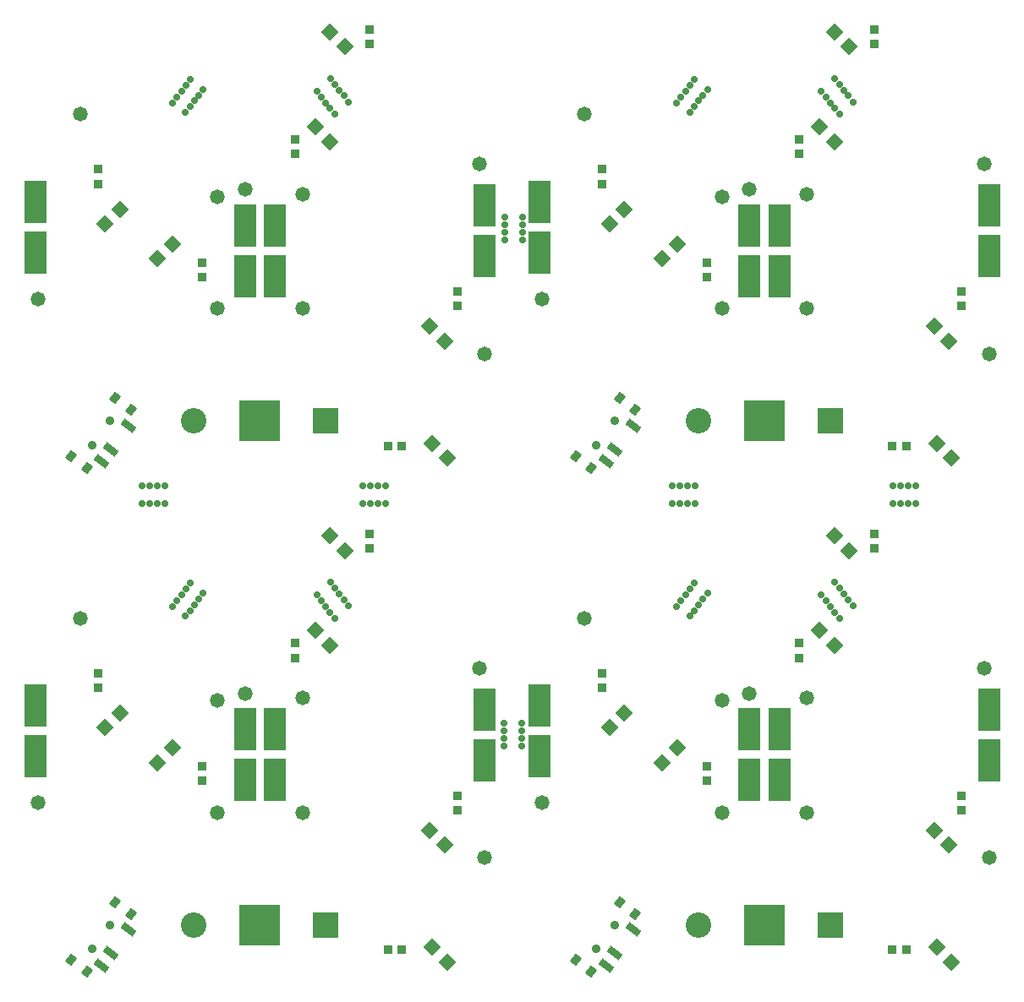
<source format=gts>
%FSTAX23Y23*%
%MOIN*%
%SFA1B1*%

%IPPOS*%
%AMD11*
4,1,4,0.015300,-0.028700,0.031800,-0.006800,-0.015300,0.028700,-0.031800,0.006800,0.015300,-0.028700,0.0*
%
%AMD12*
4,1,4,0.000700,-0.025100,0.024300,0.006200,-0.000700,0.025100,-0.024300,-0.006200,0.000700,-0.025100,0.0*
%
%AMD15*
4,1,4,0.000000,0.033400,-0.033400,0.000000,0.000000,-0.033400,0.033400,0.000000,0.000000,0.033400,0.0*
%
%AMD16*
4,1,4,-0.033400,0.000000,0.000000,-0.033400,0.033400,0.000000,0.000000,0.033400,-0.033400,0.000000,0.0*
%
G04~CAMADD=11~9~0.0~0.0~275.6~590.6~0.0~0.0~0~0.0~0.0~0.0~0.0~0~0.0~0.0~0.0~0.0~0~0.0~0.0~0.0~233.0~636.0~573.0*
%ADD11D11*%
G04~CAMADD=12~9~0.0~0.0~393.7~315.0~0.0~0.0~0~0.0~0.0~0.0~0.0~0~0.0~0.0~0.0~0.0~0~0.0~0.0~0.0~233.0~486.0~501.0*
%ADD12D12*%
%ADD13R,0.037880X0.036810*%
G04~CAMADD=15~10~0.0~472.4~0.0~0.0~0.0~0.0~0~0.0~0.0~0.0~0.0~0~0.0~0.0~0.0~0.0~0~0.0~0.0~0.0~405.0~472.4~0.0*
%ADD15D15*%
G04~CAMADD=16~10~0.0~472.4~0.0~0.0~0.0~0.0~0~0.0~0.0~0.0~0.0~0~0.0~0.0~0.0~0.0~0~0.0~0.0~0.0~135.0~472.4~0.0*
%ADD16D16*%
%ADD17R,0.036810X0.037880*%
%ADD23C,0.035430*%
%ADD27R,0.163910X0.163910*%
%ADD28R,0.086740X0.165480*%
%ADD29C,0.027690*%
%ADD30C,0.100520*%
%ADD31R,0.100520X0.100520*%
%ADD32C,0.058000*%
%LNpcb_panel_v3-1*%
%LPD*%
G54D11*
X01356Y01124D03*
X0132Y01076D03*
X01427Y01218D03*
X03344Y01124D03*
X03308Y01076D03*
X03415Y01218D03*
X01356Y03112D03*
X0132Y03065D03*
X01427Y03206D03*
X03344Y03112D03*
X03308Y03065D03*
X03415Y03206D03*
G54D12*
X01435Y0128D03*
X01262Y01051D03*
X01374Y01326D03*
X01201Y01097D03*
X03423Y0128D03*
X0325Y01051D03*
X03363Y01326D03*
X0319Y01097D03*
X01435Y03269D03*
X01262Y03039D03*
X01374Y03314D03*
X01201Y03085D03*
X03423Y03269D03*
X0325Y03039D03*
X03363Y03314D03*
X0319Y03085D03*
G54D13*
X02722Y01746D03*
Y0169D03*
X02082Y02347D03*
Y0229D03*
X01717Y01861D03*
Y01804D03*
X01305Y02172D03*
Y02228D03*
X02377Y0278D03*
Y02723D03*
X0471Y01746D03*
Y0169D03*
X0407Y02347D03*
Y0229D03*
X03706Y01861D03*
Y01804D03*
X03293Y02172D03*
Y02228D03*
X04366Y0278D03*
Y02723D03*
X02722Y03734D03*
Y03678D03*
X02082Y04335D03*
Y04278D03*
X01717Y03849D03*
Y03793D03*
X01305Y0416D03*
Y04217D03*
X02377Y04768D03*
Y04711D03*
X0471Y03734D03*
Y03678D03*
X0407Y04335D03*
Y04278D03*
X03706Y03849D03*
Y03793D03*
X03293Y0416D03*
Y04217D03*
X04366Y04768D03*
Y04711D03*
G54D15*
X02278Y02713D03*
X0222Y02771D03*
Y02338D03*
X02162Y02397D03*
X02682Y01088D03*
X02624Y01147D03*
X02672Y01551D03*
X02614Y0161D03*
X04267Y02713D03*
X04208Y02771D03*
Y02338D03*
X0415Y02397D03*
X0467Y01088D03*
X04612Y01147D03*
X0466Y01551D03*
X04602Y0161D03*
X02278Y04701D03*
X0222Y04759D03*
Y04326D03*
X02162Y04385D03*
X02682Y03077D03*
X02624Y03135D03*
X02672Y03539D03*
X02614Y03598D03*
X04267Y04701D03*
X04208Y04759D03*
Y04326D03*
X0415Y04385D03*
X0467Y03077D03*
X04612Y03135D03*
X0466Y03539D03*
X04602Y03598D03*
G54D16*
X016Y01934D03*
X01541Y01876D03*
X01334Y02014D03*
X01393Y02072D03*
X03588Y01934D03*
X03529Y01876D03*
X03323Y02014D03*
X03381Y02072D03*
X016Y03922D03*
X01541Y03864D03*
X01334Y04002D03*
X01393Y0406D03*
X03588Y03922D03*
X03529Y03864D03*
X03323Y04002D03*
X03381Y0406D03*
G54D17*
X02504Y01137D03*
X02448D03*
X04492D03*
X04436D03*
X02504Y03125D03*
X02448D03*
X04492D03*
X04436D03*
G54D23*
X01354Y01236D03*
X01283Y01141D03*
X03342Y01236D03*
X03271Y01141D03*
X01354Y03224D03*
X01283Y0313D03*
X03342Y03224D03*
X03271Y0313D03*
G54D27*
X01944Y01236D03*
X03933D03*
X01944Y03224D03*
X03933D03*
G54D28*
X02003Y01807D03*
Y02007D03*
X01885Y01807D03*
Y02007D03*
X0283Y02085D03*
Y01885D03*
X01059Y01902D03*
Y02102D03*
X03992Y01807D03*
Y02007D03*
X03874Y01807D03*
Y02007D03*
X04818Y02085D03*
Y01885D03*
X03047Y01902D03*
Y02102D03*
X02003Y03795D03*
Y03995D03*
X01885Y03795D03*
Y03995D03*
X0283Y04074D03*
Y03874D03*
X01059Y0389D03*
Y0409D03*
X03992Y03795D03*
Y03995D03*
X03874Y03795D03*
Y03995D03*
X04818Y04074D03*
Y03874D03*
X03047Y0389D03*
Y0409D03*
G54D29*
X02906Y01943D03*
Y01973D03*
Y02003D03*
Y02033D03*
X02976D03*
Y01973D03*
Y01943D03*
Y02003D03*
X02979Y04028D03*
Y03998D03*
Y03968D03*
Y03938D03*
X02909D03*
Y03998D03*
Y04028D03*
Y03968D03*
X0453Y029D03*
X045D03*
X0447D03*
X0444D03*
Y0297D03*
X045D03*
X0453D03*
X0447D03*
X036D03*
X0366D03*
X0363D03*
X0357D03*
Y029D03*
X036D03*
X0363D03*
X0366D03*
X0235Y0297D03*
X0238D03*
X0241D03*
X0244D03*
Y029D03*
X0238D03*
X0235D03*
X0241D03*
X0154D03*
X0148D03*
X0151D03*
X0157D03*
Y0297D03*
X0154D03*
X0151D03*
X0148D03*
X02294Y02494D03*
X02276Y02518D03*
X02257Y02541D03*
X0224Y02564D03*
X02223Y02587D03*
X01721Y02545D03*
X01703Y02522D03*
X01686Y02499D03*
X01669Y02476D03*
X0165Y02454D03*
X02169Y02537D03*
X02187Y02514D03*
X02204Y02491D03*
X02221Y02468D03*
X0224Y02446D03*
X01598Y02491D03*
X01616Y02515D03*
X01635Y02538D03*
X01652Y02561D03*
X01669Y02584D03*
X04282Y02494D03*
X04264Y02518D03*
X04245Y02541D03*
X04228Y02564D03*
X04211Y02587D03*
X03709Y02545D03*
X03691Y02522D03*
X03674Y02499D03*
X03657Y02476D03*
X03638Y02454D03*
X04157Y02537D03*
X04175Y02514D03*
X04192Y02491D03*
X04209Y02468D03*
X04228Y02446D03*
X03586Y02491D03*
X03604Y02515D03*
X03623Y02538D03*
X0364Y02561D03*
X03657Y02584D03*
X02294Y04483D03*
X02276Y04507D03*
X02257Y0453D03*
X0224Y04553D03*
X02223Y04576D03*
X01721Y04533D03*
X01703Y0451D03*
X01686Y04487D03*
X01669Y04464D03*
X0165Y04442D03*
X02169Y04526D03*
X02187Y04503D03*
X02204Y0448D03*
X02221Y04457D03*
X0224Y04435D03*
X01598Y04479D03*
X01616Y04503D03*
X01635Y04526D03*
X01652Y04549D03*
X01669Y04572D03*
X04282Y04483D03*
X04264Y04507D03*
X04245Y0453D03*
X04228Y04553D03*
X04211Y04576D03*
X03709Y04533D03*
X03691Y0451D03*
X03674Y04487D03*
X03657Y04464D03*
X03638Y04442D03*
X04157Y04526D03*
X04175Y04503D03*
X04192Y0448D03*
X04209Y04457D03*
X04228Y04435D03*
X03586Y04479D03*
X03604Y04503D03*
X03623Y04526D03*
X0364Y04549D03*
X03657Y04572D03*
G54D30*
X01684Y01236D03*
X03673D03*
X01684Y03224D03*
X03673D03*
G54D31*
X02204Y01236D03*
X04193D03*
X02204Y03224D03*
X04193D03*
G54D32*
X01885Y02149D03*
X02112Y01679D03*
Y02131D03*
X01777Y01679D03*
Y02122D03*
X01236Y02446D03*
X01068Y01718D03*
X0283Y01501D03*
X02811Y0225D03*
X03874Y02149D03*
X041Y01679D03*
Y02131D03*
X03765Y01679D03*
Y02122D03*
X03224Y02446D03*
X03057Y01718D03*
X04818Y01501D03*
X04799Y0225D03*
X01885Y04137D03*
X02112Y03667D03*
Y0412D03*
X01777Y03667D03*
Y0411D03*
X01236Y04435D03*
X01068Y03706D03*
X0283Y0349D03*
X02811Y04238D03*
X03874Y04137D03*
X041Y03667D03*
Y0412D03*
X03765Y03667D03*
Y0411D03*
X03224Y04435D03*
X03057Y03706D03*
X04818Y0349D03*
X04799Y04238D03*
M02*
</source>
